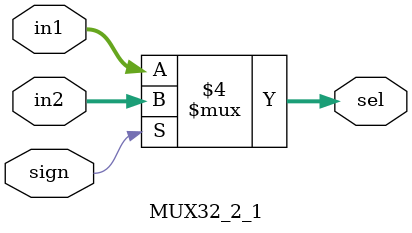
<source format=v>
`timescale 1ns / 1ps
module MUX32_2_1(in1,in2,sign,sel);
	input [31:0] in1;
	input [31:0] in2;
	input sign;
	output [31:0] sel;
	reg [31:0] sel;
	always @ (in1,in2,sign)
		begin
			if(!sign) sel=in1;
			else sel=in2;
		end

endmodule

</source>
